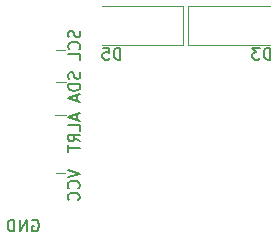
<source format=gbr>
G04 #@! TF.GenerationSoftware,KiCad,Pcbnew,(5.1.0)-1*
G04 #@! TF.CreationDate,2019-11-16T16:41:27+01:00*
G04 #@! TF.ProjectId,USBC_PowerDelivery,55534243-5f50-46f7-9765-7244656c6976,rev?*
G04 #@! TF.SameCoordinates,Original*
G04 #@! TF.FileFunction,Legend,Bot*
G04 #@! TF.FilePolarity,Positive*
%FSLAX46Y46*%
G04 Gerber Fmt 4.6, Leading zero omitted, Abs format (unit mm)*
G04 Created by KiCad (PCBNEW (5.1.0)-1) date 2019-11-16 16:41:27*
%MOMM*%
%LPD*%
G04 APERTURE LIST*
%ADD10C,0.150000*%
%ADD11C,0.120000*%
G04 APERTURE END LIST*
D10*
X112371904Y-134750000D02*
X112467142Y-134702380D01*
X112610000Y-134702380D01*
X112752857Y-134750000D01*
X112848095Y-134845238D01*
X112895714Y-134940476D01*
X112943333Y-135130952D01*
X112943333Y-135273809D01*
X112895714Y-135464285D01*
X112848095Y-135559523D01*
X112752857Y-135654761D01*
X112610000Y-135702380D01*
X112514761Y-135702380D01*
X112371904Y-135654761D01*
X112324285Y-135607142D01*
X112324285Y-135273809D01*
X112514761Y-135273809D01*
X111895714Y-135702380D02*
X111895714Y-134702380D01*
X111324285Y-135702380D01*
X111324285Y-134702380D01*
X110848095Y-135702380D02*
X110848095Y-134702380D01*
X110610000Y-134702380D01*
X110467142Y-134750000D01*
X110371904Y-134845238D01*
X110324285Y-134940476D01*
X110276666Y-135130952D01*
X110276666Y-135273809D01*
X110324285Y-135464285D01*
X110371904Y-135559523D01*
X110467142Y-135654761D01*
X110610000Y-135702380D01*
X110848095Y-135702380D01*
D11*
X114395000Y-130750000D02*
X115145000Y-130750000D01*
D10*
X115372380Y-130466666D02*
X116372380Y-130800000D01*
X115372380Y-131133333D01*
X116277142Y-132038095D02*
X116324761Y-131990476D01*
X116372380Y-131847619D01*
X116372380Y-131752380D01*
X116324761Y-131609523D01*
X116229523Y-131514285D01*
X116134285Y-131466666D01*
X115943809Y-131419047D01*
X115800952Y-131419047D01*
X115610476Y-131466666D01*
X115515238Y-131514285D01*
X115420000Y-131609523D01*
X115372380Y-131752380D01*
X115372380Y-131847619D01*
X115420000Y-131990476D01*
X115467619Y-132038095D01*
X116277142Y-133038095D02*
X116324761Y-132990476D01*
X116372380Y-132847619D01*
X116372380Y-132752380D01*
X116324761Y-132609523D01*
X116229523Y-132514285D01*
X116134285Y-132466666D01*
X115943809Y-132419047D01*
X115800952Y-132419047D01*
X115610476Y-132466666D01*
X115515238Y-132514285D01*
X115420000Y-132609523D01*
X115372380Y-132752380D01*
X115372380Y-132847619D01*
X115420000Y-132990476D01*
X115467619Y-133038095D01*
D11*
X114395000Y-120375000D02*
X115120000Y-120375000D01*
X114370000Y-123050000D02*
X115220000Y-123050000D01*
X114320000Y-125850000D02*
X115220000Y-125850000D01*
D10*
X116374761Y-118703571D02*
X116422380Y-118846428D01*
X116422380Y-119084523D01*
X116374761Y-119179761D01*
X116327142Y-119227380D01*
X116231904Y-119275000D01*
X116136666Y-119275000D01*
X116041428Y-119227380D01*
X115993809Y-119179761D01*
X115946190Y-119084523D01*
X115898571Y-118894047D01*
X115850952Y-118798809D01*
X115803333Y-118751190D01*
X115708095Y-118703571D01*
X115612857Y-118703571D01*
X115517619Y-118751190D01*
X115470000Y-118798809D01*
X115422380Y-118894047D01*
X115422380Y-119132142D01*
X115470000Y-119275000D01*
X116327142Y-120275000D02*
X116374761Y-120227380D01*
X116422380Y-120084523D01*
X116422380Y-119989285D01*
X116374761Y-119846428D01*
X116279523Y-119751190D01*
X116184285Y-119703571D01*
X115993809Y-119655952D01*
X115850952Y-119655952D01*
X115660476Y-119703571D01*
X115565238Y-119751190D01*
X115470000Y-119846428D01*
X115422380Y-119989285D01*
X115422380Y-120084523D01*
X115470000Y-120227380D01*
X115517619Y-120275000D01*
X116422380Y-121179761D02*
X116422380Y-120703571D01*
X115422380Y-120703571D01*
X116374761Y-122227380D02*
X116422380Y-122370238D01*
X116422380Y-122608333D01*
X116374761Y-122703571D01*
X116327142Y-122751190D01*
X116231904Y-122798809D01*
X116136666Y-122798809D01*
X116041428Y-122751190D01*
X115993809Y-122703571D01*
X115946190Y-122608333D01*
X115898571Y-122417857D01*
X115850952Y-122322619D01*
X115803333Y-122275000D01*
X115708095Y-122227380D01*
X115612857Y-122227380D01*
X115517619Y-122275000D01*
X115470000Y-122322619D01*
X115422380Y-122417857D01*
X115422380Y-122655952D01*
X115470000Y-122798809D01*
X116422380Y-123227380D02*
X115422380Y-123227380D01*
X115422380Y-123465476D01*
X115470000Y-123608333D01*
X115565238Y-123703571D01*
X115660476Y-123751190D01*
X115850952Y-123798809D01*
X115993809Y-123798809D01*
X116184285Y-123751190D01*
X116279523Y-123703571D01*
X116374761Y-123608333D01*
X116422380Y-123465476D01*
X116422380Y-123227380D01*
X116136666Y-124179761D02*
X116136666Y-124655952D01*
X116422380Y-124084523D02*
X115422380Y-124417857D01*
X116422380Y-124751190D01*
X116136666Y-125798809D02*
X116136666Y-126275000D01*
X116422380Y-125703571D02*
X115422380Y-126036904D01*
X116422380Y-126370238D01*
X116422380Y-127179761D02*
X116422380Y-126703571D01*
X115422380Y-126703571D01*
X116422380Y-128084523D02*
X115946190Y-127751190D01*
X116422380Y-127513095D02*
X115422380Y-127513095D01*
X115422380Y-127894047D01*
X115470000Y-127989285D01*
X115517619Y-128036904D01*
X115612857Y-128084523D01*
X115755714Y-128084523D01*
X115850952Y-128036904D01*
X115898571Y-127989285D01*
X115946190Y-127894047D01*
X115946190Y-127513095D01*
X115422380Y-128370238D02*
X115422380Y-128941666D01*
X116422380Y-128655952D02*
X115422380Y-128655952D01*
D11*
X125150000Y-116600000D02*
X118250000Y-116600000D01*
X125150000Y-119900000D02*
X118250000Y-119900000D01*
X125150000Y-116600000D02*
X125150000Y-119900000D01*
X125600000Y-119900000D02*
X132500000Y-119900000D01*
X125600000Y-116600000D02*
X132500000Y-116600000D01*
X125600000Y-119900000D02*
X125600000Y-116600000D01*
D10*
X119838095Y-121152380D02*
X119838095Y-120152380D01*
X119600000Y-120152380D01*
X119457142Y-120200000D01*
X119361904Y-120295238D01*
X119314285Y-120390476D01*
X119266666Y-120580952D01*
X119266666Y-120723809D01*
X119314285Y-120914285D01*
X119361904Y-121009523D01*
X119457142Y-121104761D01*
X119600000Y-121152380D01*
X119838095Y-121152380D01*
X118361904Y-120152380D02*
X118838095Y-120152380D01*
X118885714Y-120628571D01*
X118838095Y-120580952D01*
X118742857Y-120533333D01*
X118504761Y-120533333D01*
X118409523Y-120580952D01*
X118361904Y-120628571D01*
X118314285Y-120723809D01*
X118314285Y-120961904D01*
X118361904Y-121057142D01*
X118409523Y-121104761D01*
X118504761Y-121152380D01*
X118742857Y-121152380D01*
X118838095Y-121104761D01*
X118885714Y-121057142D01*
X132538095Y-121152380D02*
X132538095Y-120152380D01*
X132300000Y-120152380D01*
X132157142Y-120200000D01*
X132061904Y-120295238D01*
X132014285Y-120390476D01*
X131966666Y-120580952D01*
X131966666Y-120723809D01*
X132014285Y-120914285D01*
X132061904Y-121009523D01*
X132157142Y-121104761D01*
X132300000Y-121152380D01*
X132538095Y-121152380D01*
X131633333Y-120152380D02*
X131014285Y-120152380D01*
X131347619Y-120533333D01*
X131204761Y-120533333D01*
X131109523Y-120580952D01*
X131061904Y-120628571D01*
X131014285Y-120723809D01*
X131014285Y-120961904D01*
X131061904Y-121057142D01*
X131109523Y-121104761D01*
X131204761Y-121152380D01*
X131490476Y-121152380D01*
X131585714Y-121104761D01*
X131633333Y-121057142D01*
M02*

</source>
